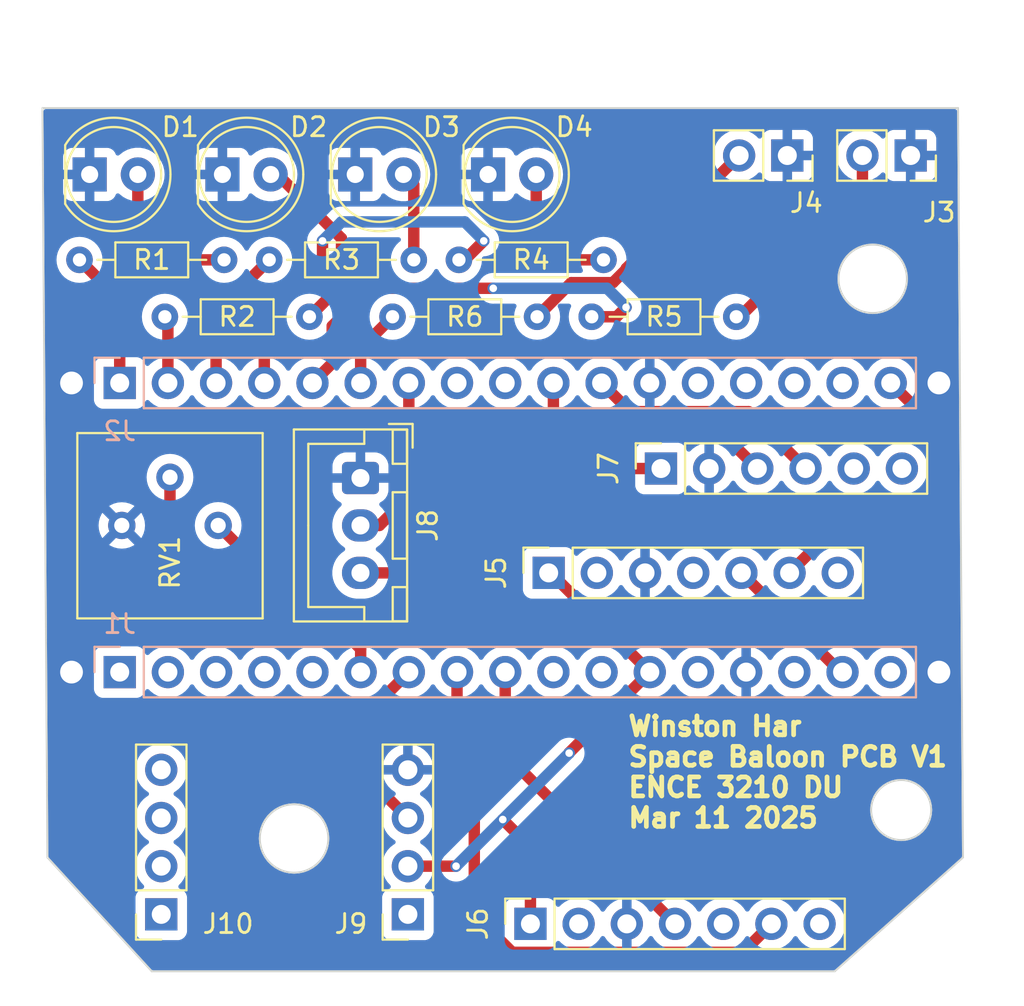
<source format=kicad_pcb>
(kicad_pcb (version 20240108) (generator "pcbnew") (generator_version "8.0")
  (title_block (date "sam. 04 avril 2015"))
  (layers (0 "F.Cu" signal) (31 "B.Cu" power) (34 "B.Paste" user) (35 "F.Paste" user) (36 "B.SilkS" user "B.Silkscreen") (37 "F.SilkS" user "F.Silkscreen") (38 "B.Mask" user) (39 "F.Mask" user) (44 "Edge.Cuts" user))
  (net 0 "")
  (net 1 "/*D13")
  (net 4 "GND")
  (net 5 "/~{RESET}")
  (net 6 "VCC")
  (net 7 "/D14{slash}MISO")
  (net 8 "/D15{slash}SCK")
  (net 9 "/D12")
  (net 10 "/*D11")
  (net 11 "/*D10")
  (net 12 "/*D9")
  (net 13 "/D8")
  (net 14 "/D7")
  (net 15 "/*D6")
  (net 16 "/*D5")
  (net 17 "/D4")
  (net 18 "/*D3{slash}SCL")
  (net 19 "+5V")
  (net 20 "/A5")
  (net 21 "/A4")
  (net 22 "Net-(D1-A)")
  (net 23 "/A2")
  (net 24 "/A1")
  (net 25 "/A0")
  (net 26 "/AREF")
  (net 27 "/D2{slash}SDA")
  (net 28 "/D0{slash}RX")
  (net 29 "/D1{slash}TX")
  (net 30 "/D17{slash}SS")
  (net 31 "/D16{slash}MOSI")
  (net 32 "+3V3")
  (net 33 "Net-(D2-A)")
  (net 34 "Net-(D3-A)")
  (net 35 "Net-(D4-A)")
  (net 36 "Net-(J3-Pin_2)")
  (net 37 "Net-(J4-Pin_2)")
  (net 51 "/A3")
  (footprint "LED_THT:LED_D5.0mm" (layer "F.Cu") (at 116.225 72.5)
    (property "Reference" "D3" (at 4.54 -2.5 0) (layer "F.SilkS"))
    (property "Value" "LED")
    (fp_line (start -1.29 -1.545) (end -1.29 1.545) (stroke (width 0.12)) (layer "F.SilkS"))
    (fp_arc (start -1.29 -1.54483) (mid 2.071756 -2.880501) (end 4.26 -0.000048) (stroke (width 0.12)) (layer "F.SilkS"))
    (fp_arc (start 4.26 0.000048) (mid 2.071756 2.880501) (end -1.29 1.54483) (stroke (width 0.12)) (layer "F.SilkS"))
    (fp_circle (center 1.27 0) (end 3.77 0) (stroke (width 0.12)) (fill none) (layer "F.SilkS"))
    (pad "1" thru_hole rect (at 0 0) (size 1.8 1.8) (drill 0.9) (layers "*.Cu" "*.Mask") (net 4 "GND"))
    (pad "2" thru_hole circle (at 2.54 0) (size 1.8 1.8) (drill 0.9) (layers "*.Cu" "*.Mask") (net 34 "Net-(D3-A)"))
  )
  (footprint "Resistor_THT:R_Axial_DIN0204_L3.6mm_D1.6mm_P7.62mm_Horizontal" (layer "F.Cu") (at 121.69 77)
    (property "Reference" "R4" (at 3.81 0 0) (layer "F.SilkS"))
    (property "Value" "1k")
    (fp_line (start 0.94 0) (end 1.89 0) (stroke (width 0.12)) (layer "F.SilkS"))
    (fp_line (start 1.89 -0.92) (end 1.89 0.92) (stroke (width 0.12)) (layer "F.SilkS"))
    (fp_line (start 1.89 0.92) (end 5.73 0.92) (stroke (width 0.12)) (layer "F.SilkS"))
    (fp_line (start 5.73 -0.92) (end 1.89 -0.92) (stroke (width 0.12)) (layer "F.SilkS"))
    (fp_line (start 5.73 0.92) (end 5.73 -0.92) (stroke (width 0.12)) (layer "F.SilkS"))
    (fp_line (start 6.68 0) (end 5.73 0) (stroke (width 0.12)) (layer "F.SilkS"))
    (pad "1" thru_hole circle (at 0 0) (size 1.4 1.4) (drill 0.7) (layers "*.Cu" "*.Mask") (net 12 "/*D9"))
    (pad "2" thru_hole oval (at 7.62 0) (size 1.4 1.4) (drill 0.7) (layers "*.Cu" "*.Mask") (net 35 "Net-(D4-A)"))
  )
  (footprint "LED_THT:LED_D5.0mm" (layer "F.Cu") (at 123.225 72.5)
    (property "Reference" "D4" (at 4.54 -2.5 0) (layer "F.SilkS"))
    (property "Value" "LED")
    (fp_line (start -1.29 -1.545) (end -1.29 1.545) (stroke (width 0.12)) (layer "F.SilkS"))
    (fp_arc (start -1.29 -1.54483) (mid 2.071756 -2.880501) (end 4.26 -0.000048) (stroke (width 0.12)) (layer "F.SilkS"))
    (fp_arc (start 4.26 0.000048) (mid 2.071756 2.880501) (end -1.29 1.54483) (stroke (width 0.12)) (layer "F.SilkS"))
    (fp_circle (center 1.27 0) (end 3.77 0) (stroke (width 0.12)) (fill none) (layer "F.SilkS"))
    (pad "1" thru_hole rect (at 0 0) (size 1.8 1.8) (drill 0.9) (layers "*.Cu" "*.Mask") (net 4 "GND"))
    (pad "2" thru_hole circle (at 2.54 0) (size 1.8 1.8) (drill 0.9) (layers "*.Cu" "*.Mask") (net 35 "Net-(D4-A)"))
  )
  (footprint "Arduino_MountingHole:MountingHole_1.2mm" (layer "F.Cu") (at 101.27 83.49)
    (property "Reference" "MH2" (hide yes))
    (property "Value" "MountingHole_1.2mm" (hide yes))
    (pad "" np_thru_hole circle (at 0 0) (size 1.2 1.2) (drill 1.2) (layers "F&B.Cu" "*.Mask"))
  )
  (footprint "Connector_PinSocket_2.54mm:PinSocket_1x02_P2.54mm_Vertical" (layer "F.Cu") (at 139 71.5 -90)
    (property "Reference" "J4" (at 2.5 -1 180) (layer "F.SilkS"))
    (property "Value" "Conn_LED_pwr")
    (fp_line (start -1.33 3.87) (end 1.33 3.87) (stroke (width 0.12)) (layer "F.SilkS"))
    (fp_line (start -1.33 1.27) (end -1.33 3.87) (stroke (width 0.12)) (layer "F.SilkS"))
    (fp_line (start -1.33 1.27) (end 1.33 1.27) (stroke (width 0.12)) (layer "F.SilkS"))
    (fp_line (start 1.33 1.27) (end 1.33 3.87) (stroke (width 0.12)) (layer "F.SilkS"))
    (fp_line (start 0 -1.33) (end 1.33 -1.33) (stroke (width 0.12)) (layer "F.SilkS"))
    (fp_line (start 1.33 -1.33) (end 1.33 0) (stroke (width 0.12)) (layer "F.SilkS"))
    (pad "1" thru_hole rect (at 0 0 270) (size 1.7 1.7) (drill 1) (layers "*.Cu" "*.Mask") (net 4 "GND"))
    (pad "2" thru_hole oval (at 0 2.54 270) (size 1.7 1.7) (drill 1) (layers "*.Cu" "*.Mask") (net 37 "Net-(J4-Pin_2)"))
  )
  (footprint "Connector_PinSocket_2.54mm:PinSocket_1x04_P2.54mm_Vertical" (layer "F.Cu") (at 119 111.5 180)
    (property "Reference" "J9" (at 3 -0.5 0) (layer "F.SilkS"))
    (property "Value" "Conn_Pressure_left")
    (fp_line (start 1.33 1.27) (end 1.33 8.95) (stroke (width 0.12)) (layer "F.SilkS"))
    (fp_line (start 1.33 -1.33) (end 1.33 0) (stroke (width 0.12)) (layer "F.SilkS"))
    (fp_line (start 0 -1.33) (end 1.33 -1.33) (stroke (width 0.12)) (layer "F.SilkS"))
    (fp_line (start -1.33 8.95) (end 1.33 8.95) (stroke (width 0.12)) (layer "F.SilkS"))
    (fp_line (start -1.33 1.27) (end 1.33 1.27) (stroke (width 0.12)) (layer "F.SilkS"))
    (fp_line (start -1.33 1.27) (end -1.33 8.95) (stroke (width 0.12)) (layer "F.SilkS"))
    (pad "1" thru_hole rect (at 0 0 180) (size 1.7 1.7) (drill 1) (layers "*.Cu" "*.Mask"))
    (pad "2" thru_hole oval (at 0 2.54 180) (size 1.7 1.7) (drill 1) (layers "*.Cu" "*.Mask") (net 19 "+5V"))
    (pad "3" thru_hole oval (at 0 5.08 180) (size 1.7 1.7) (drill 1) (layers "*.Cu" "*.Mask") (net 51 "/A3"))
    (pad "4" thru_hole oval (at 0 7.62 180) (size 1.7 1.7) (drill 1) (layers "*.Cu" "*.Mask") (net 4 "GND"))
  )
  (footprint "Connector_PinSocket_2.54mm:PinSocket_1x07_P2.54mm_Vertical" (layer "F.Cu") (at 125.46 112 90)
    (property "Reference" "J6" (at 0 -2.77 90) (layer "F.SilkS"))
    (property "Value" "Conn_Accel")
    (fp_line (start 1.33 -1.33) (end 1.33 0) (stroke (width 0.12)) (layer "F.SilkS"))
    (fp_line (start 0 -1.33) (end 1.33 -1.33) (stroke (width 0.12)) (layer "F.SilkS"))
    (fp_line (start 1.33 1.27) (end 1.33 16.57) (stroke (width 0.12)) (layer "F.SilkS"))
    (fp_line (start -1.33 1.27) (end 1.33 1.27) (stroke (width 0.12)) (layer "F.SilkS"))
    (fp_line (start -1.33 1.27) (end -1.33 16.57) (stroke (width 0.12)) (layer "F.SilkS"))
    (fp_line (start -1.33 16.57) (end 1.33 16.57) (stroke (width 0.12)) (layer "F.SilkS"))
    (pad "1" thru_hole rect (at 0 0 90) (size 1.7 1.7) (drill 1) (layers "*.Cu" "*.Mask") (net 19 "+5V"))
    (pad "2" thru_hole oval (at 0 2.54 90) (size 1.7 1.7) (drill 1) (layers "*.Cu" "*.Mask"))
    (pad "3" thru_hole oval (at 0 5.08 90) (size 1.7 1.7) (drill 1) (layers "*.Cu" "*.Mask") (net 4 "GND"))
    (pad "4" thru_hole oval (at 0 7.62 90) (size 1.7 1.7) (drill 1) (layers "*.Cu" "*.Mask") (net 20 "/A5"))
    (pad "5" thru_hole oval (at 0 10.16 90) (size 1.7 1.7) (drill 1) (layers "*.Cu" "*.Mask"))
    (pad "6" thru_hole oval (at 0 12.7 90) (size 1.7 1.7) (drill 1) (layers "*.Cu" "*.Mask") (net 21 "/A4"))
    (pad "7" thru_hole oval (at 0 15.24 90) (size 1.7 1.7) (drill 1) (layers "*.Cu" "*.Mask"))
  )
  (footprint "Resistor_THT:R_Axial_DIN0204_L3.6mm_D1.6mm_P7.62mm_Horizontal" (layer "F.Cu") (at 101.69 77)
    (property "Reference" "R1" (at 3.81 0 0) (layer "F.SilkS"))
    (property "Value" "1k")
    (fp_line (start 0.94 0) (end 1.89 0) (stroke (width 0.12)) (layer "F.SilkS"))
    (fp_line (start 1.89 -0.92) (end 1.89 0.92) (stroke (width 0.12)) (layer "F.SilkS"))
    (fp_line (start 1.89 0.92) (end 5.73 0.92) (stroke (width 0.12)) (layer "F.SilkS"))
    (fp_line (start 5.73 -0.92) (end 1.89 -0.92) (stroke (width 0.12)) (layer "F.SilkS"))
    (fp_line (start 5.73 0.92) (end 5.73 -0.92) (stroke (width 0.12)) (layer "F.SilkS"))
    (fp_line (start 6.68 0) (end 5.73 0) (stroke (width 0.12)) (layer "F.SilkS"))
    (pad "1" thru_hole circle (at 0 0) (size 1.4 1.4) (drill 0.7) (layers "*.Cu" "*.Mask") (net 9 "/D12"))
    (pad "2" thru_hole oval (at 7.62 0) (size 1.4 1.4) (drill 0.7) (layers "*.Cu" "*.Mask") (net 22 "Net-(D1-A)"))
  )
  (footprint "Potentiometer_THT:Potentiometer_Bourns_3386P_Vertical" (layer "F.Cu") (at 109 91 90)
    (property "Reference" "RV1" (at -1.96 -2.54 90) (layer "F.SilkS"))
    (property "Value" "10k")
    (fp_line (start 4.87 -7.425) (end 4.87 2.345) (stroke (width 0.12)) (layer "F.SilkS"))
    (fp_line (start -4.9 -7.425) (end 4.87 -7.425) (stroke (width 0.12)) (layer "F.SilkS"))
    (fp_line (start -4.9 -7.425) (end -4.9 2.345) (stroke (width 0.12)) (layer "F.SilkS"))
    (fp_line (start -4.9 2.345) (end 4.87 2.345) (stroke (width 0.12)) (layer "F.SilkS"))
    (pad "1" thru_hole circle (at 0 0 90) (size 1.44 1.44) (drill 0.8) (layers "*.Cu" "*.Mask") (net 19 "+5V"))
    (pad "2" thru_hole circle (at 2.54 -2.54 90) (size 1.44 1.44) (drill 0.8) (layers "*.Cu" "*.Mask") (net 23 "/A2"))
    (pad "3" thru_hole circle (at 0 -5.08 90) (size 1.44 1.44) (drill 0.8) (layers "*.Cu" "*.Mask") (net 4 "GND"))
  )
  (footprint "LED_THT:LED_D5.0mm" (layer "F.Cu") (at 102.225 72.5)
    (property "Reference" "D1" (at 4.775 -2.5 0) (layer "F.SilkS"))
    (property "Value" "LED")
    (fp_line (start -1.29 -1.545) (end -1.29 1.545) (stroke (width 0.12)) (layer "F.SilkS"))
    (fp_arc (start -1.29 -1.54483) (mid 2.071756 -2.880501) (end 4.26 -0.000048) (stroke (width 0.12)) (layer "F.SilkS"))
    (fp_arc (start 4.26 0.000048) (mid 2.071756 2.880501) (end -1.29 1.54483) (stroke (width 0.12)) (layer "F.SilkS"))
    (fp_circle (center 1.27 0) (end 3.77 0) (stroke (width 0.12)) (fill none) (layer "F.SilkS"))
    (pad "1" thru_hole rect (at 0 0) (size 1.8 1.8) (drill 0.9) (layers "*.Cu" "*.Mask") (net 4 "GND"))
    (pad "2" thru_hole circle (at 2.54 0) (size 1.8 1.8) (drill 0.9) (layers "*.Cu" "*.Mask") (net 22 "Net-(D1-A)"))
  )
  (footprint "Connector_PinSocket_2.54mm:PinSocket_1x02_P2.54mm_Vertical" (layer "F.Cu") (at 145.5 71.5 -90)
    (property "Reference" "J3" (at 3 -1.5 180) (layer "F.SilkS"))
    (property "Value" "Conn_LED_extrn_temp")
    (fp_line (start -1.33 3.87) (end 1.33 3.87) (stroke (width 0.12)) (layer "F.SilkS"))
    (fp_line (start -1.33 1.27) (end -1.33 3.87) (stroke (width 0.12)) (layer "F.SilkS"))
    (fp_line (start -1.33 1.27) (end 1.33 1.27) (stroke (width 0.12)) (layer "F.SilkS"))
    (fp_line (start 1.33 1.27) (end 1.33 3.87) (stroke (width 0.12)) (layer "F.SilkS"))
    (fp_line (start 0 -1.33) (end 1.33 -1.33) (stroke (width 0.12)) (layer "F.SilkS"))
    (fp_line (start 1.33 -1.33) (end 1.33 0) (stroke (width 0.12)) (layer "F.SilkS"))
    (pad "1" thru_hole rect (at 0 0 270) (size 1.7 1.7) (drill 1) (layers "*.Cu" "*.Mask") (net 4 "GND"))
    (pad "2" thru_hole oval (at 0 2.54 270) (size 1.7 1.7) (drill 1) (layers "*.Cu" "*.Mask") (net 36 "Net-(J3-Pin_2)"))
  )
  (footprint "Resistor_THT:R_Axial_DIN0204_L3.6mm_D1.6mm_P7.62mm_Horizontal" (layer "F.Cu") (at 118.19 80)
    (property "Reference" "R6" (at 3.81 0 0) (layer "F.SilkS"))
    (property "Value" "1k")
    (fp_line (start 0.94 0) (end 1.89 0) (stroke (width 0.12)) (layer "F.SilkS"))
    (fp_line (start 1.89 -0.92) (end 1.89 0.92) (stroke (width 0.12)) (layer "F.SilkS"))
    (fp_line (start 1.89 0.92) (end 5.73 0.92) (stroke (width 0.12)) (layer "F.SilkS"))
    (fp_line (start 5.73 -0.92) (end 1.89 -0.92) (stroke (width 0.12)) (layer "F.SilkS"))
    (fp_line (start 5.73 0.92) (end 5.73 -0.92) (stroke (width 0.12)) (layer "F.SilkS"))
    (fp_line (start 6.68 0) (end 5.73 0) (stroke (width 0.12)) (layer "F.SilkS"))
    (pad "1" thru_hole circle (at 0 0) (size 1.4 1.4) (drill 0.7) (layers "*.Cu" "*.Mask") (net 14 "/D7"))
    (pad "2" thru_hole oval (at 7.62 0) (size 1.4 1.4) (drill 0.7) (layers "*.Cu" "*.Mask") (net 37 "Net-(J4-Pin_2)"))
  )
  (footprint "Arduino_MountingHole:MountingHole_1.2mm" (layer "F.Cu") (at 146.99 98.73)
    (property "Reference" "MH4" (hide yes))
    (property "Value" "MountingHole_1.2mm" (hide yes))
    (pad "" np_thru_hole circle (at 0 0) (size 1.2 1.2) (drill 1.2) (layers "F&B.Cu" "*.Mask"))
  )
  (footprint "Connector_PinSocket_2.54mm:PinSocket_1x06_P2.54mm_Vertical" (layer "F.Cu") (at 132.34 88 90)
    (property "Reference" "J7" (at 0 -2.77 90) (layer "F.SilkS"))
    (property "Value" "Conn_temp/humidity")
    (fp_line (start 1.33 -1.33) (end 1.33 0) (stroke (width 0.12)) (layer "F.SilkS"))
    (fp_line (start 0 -1.33) (end 1.33 -1.33) (stroke (width 0.12)) (layer "F.SilkS"))
    (fp_line (start 1.33 1.27) (end 1.33 14.03) (stroke (width 0.12)) (layer "F.SilkS"))
    (fp_line (start -1.33 1.27) (end 1.33 1.27) (stroke (width 0.12)) (layer "F.SilkS"))
    (fp_line (start -1.33 1.27) (end -1.33 14.03) (stroke (width 0.12)) (layer "F.SilkS"))
    (fp_line (start -1.33 14.03) (end 1.33 14.03) (stroke (width 0.12)) (layer "F.SilkS"))
    (pad "1" thru_hole rect (at 0 0 90) (size 1.7 1.7) (drill 1) (layers "*.Cu" "*.Mask") (net 19 "+5V"))
    (pad "2" thru_hole oval (at 0 2.54 90) (size 1.7 1.7) (drill 1) (layers "*.Cu" "*.Mask") (net 4 "GND"))
    (pad "3" thru_hole oval (at 0 5.08 90) (size 1.7 1.7) (drill 1) (layers "*.Cu" "*.Mask") (net 18 "/*D3{slash}SCL"))
    (pad "4" thru_hole oval (at 0 7.62 90) (size 1.7 1.7) (drill 1) (layers "*.Cu" "*.Mask") (net 27 "/D2{slash}SDA"))
    (pad "5" thru_hole oval (at 0 10.16 90) (size 1.7 1.7) (drill 1) (layers "*.Cu" "*.Mask"))
    (pad "6" thru_hole oval (at 0 12.7 90) (size 1.7 1.7) (drill 1) (layers "*.Cu" "*.Mask"))
  )
  (footprint "Resistor_THT:R_Axial_DIN0204_L3.6mm_D1.6mm_P7.62mm_Horizontal" (layer "F.Cu") (at 111.69 77)
    (property "Reference" "R3" (at 3.81 0 0) (layer "F.SilkS"))
    (property "Value" "1k")
    (fp_line (start 0.94 0) (end 1.89 0) (stroke (width 0.12)) (layer "F.SilkS"))
    (fp_line (start 1.89 -0.92) (end 1.89 0.92) (stroke (width 0.12)) (layer "F.SilkS"))
    (fp_line (start 1.89 0.92) (end 5.73 0.92) (stroke (width 0.12)) (layer "F.SilkS"))
    (fp_line (start 5.73 -0.92) (end 1.89 -0.92) (stroke (width 0.12)) (layer "F.SilkS"))
    (fp_line (start 5.73 0.92) (end 5.73 -0.92) (stroke (width 0.12)) (layer "F.SilkS"))
    (fp_line (start 6.68 0) (end 5.73 0) (stroke (width 0.12)) (layer "F.SilkS"))
    (pad "1" thru_hole circle (at 0 0) (size 1.4 1.4) (drill 0.7) (layers "*.Cu" "*.Mask") (net 11 "/*D10"))
    (pad "2" thru_hole oval (at 7.62 0) (size 1.4 1.4) (drill 0.7) (layers "*.Cu" "*.Mask") (net 34 "Net-(D3-A)"))
  )
  (footprint "Arduino_MountingHole:MountingHole_1.2mm" (layer "F.Cu") (at 101.27 98.73)
    (property "Reference" "MH1" (hide yes))
    (property "Value" "MountingHole_1.2mm" (hide yes))
    (pad "" np_thru_hole circle (at 0 0) (size 1.2 1.2) (drill 1.2) (layers "F&B.Cu" "*.Mask"))
  )
  (footprint "Resistor_THT:R_Axial_DIN0204_L3.6mm_D1.6mm_P7.62mm_Horizontal" (layer "F.Cu") (at 128.69 80)
    (property "Reference" "R5" (at 3.81 0 0) (layer "F.SilkS"))
    (property "Value" "1k")
    (fp_line (start 0.94 0) (end 1.89 0) (stroke (width 0.12)) (layer "F.SilkS"))
    (fp_line (start 1.89 -0.92) (end 1.89 0.92) (stroke (width 0.12)) (layer "F.SilkS"))
    (fp_line (start 1.89 0.92) (end 5.73 0.92) (stroke (width 0.12)) (layer "F.SilkS"))
    (fp_line (start 5.73 -0.92) (end 1.89 -0.92) (stroke (width 0.12)) (layer "F.SilkS"))
    (fp_line (start 5.73 0.92) (end 5.73 -0.92) (stroke (width 0.12)) (layer "F.SilkS"))
    (fp_line (start 6.68 0) (end 5.73 0) (stroke (width 0.12)) (layer "F.SilkS"))
    (pad "1" thru_hole circle (at 0 0) (size 1.4 1.4) (drill 0.7) (layers "*.Cu" "*.Mask") (net 13 "/D8"))
    (pad "2" thru_hole oval (at 7.62 0) (size 1.4 1.4) (drill 0.7) (layers "*.Cu" "*.Mask") (net 36 "Net-(J3-Pin_2)"))
  )
  (footprint "LED_THT:LED_D5.0mm" (layer "F.Cu") (at 109.225 72.5)
    (property "Reference" "D2" (at 4.54 -2.5 0) (layer "F.SilkS"))
    (property "Value" "LED")
    (fp_line (start -1.29 -1.545) (end -1.29 1.545) (stroke (width 0.12)) (layer "F.SilkS"))
    (fp_arc (start -1.29 -1.54483) (mid 2.071756 -2.880501) (end 4.26 -0.000048) (stroke (width 0.12)) (layer "F.SilkS"))
    (fp_arc (start 4.26 0.000048) (mid 2.071756 2.880501) (end -1.29 1.54483) (stroke (width 0.12)) (layer "F.SilkS"))
    (fp_circle (center 1.27 0) (end 3.77 0) (stroke (width 0.12)) (fill none) (layer "F.SilkS"))
    (pad "1" thru_hole rect (at 0 0) (size 1.8 1.8) (drill 0.9) (layers "*.Cu" "*.Mask") (net 4 "GND"))
    (pad "2" thru_hole circle (at 2.54 0) (size 1.8 1.8) (drill 0.9) (layers "*.Cu" "*.Mask") (net 33 "Net-(D2-A)"))
  )
  (footprint "Arduino_MountingHole:MountingHole_1.2mm" (layer "F.Cu") (at 146.99 83.49)
    (property "Reference" "MH3" (hide yes))
    (property "Value" "MountingHole_1.2mm" (hide yes))
    (pad "" np_thru_hole circle (at 0 0) (size 1.2 1.2) (drill 1.2) (layers "F&B.Cu" "*.Mask"))
  )
  (footprint "Connector_PinSocket_2.54mm:PinSocket_1x07_P2.54mm_Vertical" (layer "F.Cu") (at 126.42 93.5 90)
    (property "Reference" "J5" (at 0 -2.77 90) (layer "F.SilkS"))
    (property "Value" "Conn_SPI_Flashcard")
    (fp_line (start 1.33 -1.33) (end 1.33 0) (stroke (width 0.12)) (layer "F.SilkS"))
    (fp_line (start 0 -1.33) (end 1.33 -1.33) (stroke (width 0.12)) (layer "F.SilkS"))
    (fp_line (start 1.33 1.27) (end 1.33 16.57) (stroke (width 0.12)) (layer "F.SilkS"))
    (fp_line (start -1.33 1.27) (end 1.33 1.27) (stroke (width 0.12)) (layer "F.SilkS"))
    (fp_line (start -1.33 1.27) (end -1.33 16.57) (stroke (width 0.12)) (layer "F.SilkS"))
    (fp_line (start -1.33 16.57) (end 1.33 16.57) (stroke (width 0.12)) (layer "F.SilkS"))
    (pad "1" thru_hole rect (at 0 0 90) (size 1.7 1.7) (drill 1) (layers "*.Cu" "*.Mask") (net 19 "+5V"))
    (pad "2" thru_hole oval (at 0 2.54 90) (size 1.7 1.7) (drill 1) (layers "*.Cu" "*.Mask"))
    (pad "3" thru_hole oval (at 0 5.08 90) (size 1.7 1.7) (drill 1) (layers "*.Cu" "*.Mask") (net 4 "GND"))
    (pad "4" thru_hole oval (at 0 7.62 90) (size 1.7 1.7) (drill 1) (layers "*.Cu" "*.Mask"))
    (pad "5" thru_hole oval (at 0 10.16 90) (size 1.7 1.7) (drill 1) (layers "*.Cu" "*.Mask") (net 7 "/D14{slash}MISO"))
    (pad "6" thru_hole oval (at 0 12.7 90) (size 1.7 1.7) (drill 1) (layers "*.Cu" "*.Mask") (net 31 "/D16{slash}MOSI"))
    (pad "7" thru_hole oval (at 0 15.24 90) (size 1.7 1.7) (drill 1) (layers "*.Cu" "*.Mask"))
  )
  (footprint "Connector_PinSocket_2.54mm:PinSocket_1x04_P2.54mm_Vertical" (layer "F.Cu") (at 106 111.5 180)
    (property "Reference" "J10" (at -3.525 -0.5 0) (layer "F.SilkS"))
    (property "Value" "Conn_Pressure_right")
    (fp_line (start 1.33 1.27) (end 1.33 8.95) (stroke (width 0.12)) (layer "F.SilkS"))
    (fp_line (start 1.33 -1.33) (end 1.33 0) (stroke (width 0.12)) (layer "F.SilkS"))
    (fp_line (start 0 -1.33) (end 1.33 -1.33) (stroke (width 0.12)) (layer "F.SilkS"))
    (fp_line (start -1.33 8.95) (end 1.33 8.95) (stroke (width 0.12)) (layer "F.SilkS"))
    (fp_line (start -1.33 1.27) (end 1.33 1.27) (stroke (width 0.12)) (layer "F.SilkS"))
    (fp_line (start -1.33 1.27) (end -1.33 8.95) (stroke (width 0.12)) (layer "F.SilkS"))
    (pad "1" thru_hole rect (at 0 0 180) (size 1.7 1.7) (drill 1) (layers "*.Cu" "*.Mask"))
    (pad "2" thru_hole oval (at 0 2.54 180) (size 1.7 1.7) (drill 1) (layers "*.Cu" "*.Mask"))
    (pad "3" thru_hole oval (at 0 5.08 180) (size 1.7 1.7) (drill 1) (layers "*.Cu" "*.Mask"))
    (pad "4" thru_hole oval (at 0 7.62 180) (size 1.7 1.7) (drill 1) (layers "*.Cu" "*.Mask"))
  )
  (footprint "Connector_JST:JST_XH_B3B-XH-A_1x03_P2.50mm_Vertical" (layer "F.Cu") (at 116.5 88.5 -90)
    (property "Reference" "J8" (at 2.5 -3.55 90) (layer "F.SilkS"))
    (property "Value" "Conn_Temp_Ext")
    (fp_line (start -2.56 3.51) (end 7.56 3.51) (stroke (width 0.12)) (layer "F.SilkS"))
    (fp_line (start 7.56 3.51) (end 7.56 -2.46) (stroke (width 0.12)) (layer "F.SilkS"))
    (fp_line (start -1.8 2.75) (end 2.5 2.75) (stroke (width 0.12)) (layer "F.SilkS"))
    (fp_line (start 6.8 2.75) (end 2.5 2.75) (stroke (width 0.12)) (layer "F.SilkS"))
    (fp_line (start -2.55 -0.2) (end -1.8 -0.2) (stroke (width 0.12)) (layer "F.SilkS"))
    (fp_line (start -1.8 -0.2) (end -1.8 2.75) (stroke (width 0.12)) (layer "F.SilkS"))
    (fp_line (start 6.8 -0.2) (end 6.8 2.75) (stroke (width 0.12)) (layer "F.SilkS"))
    (fp_line (start 7.55 -0.2) (end 6.8 -0.2) (stroke (width 0.12)) (layer "F.SilkS"))
    (fp_line (start -2.55 -1.7) (end -0.75 -1.7) (stroke (width 0.12)) (layer "F.SilkS"))
    (fp_line (start -0.75 -1.7) (end -0.75 -2.45) (stroke (width 0.12)) (layer "F.SilkS"))
    (fp_line (start 0.75 -1.7) (end 4.25 -1.7) (stroke (width 0.12)) (layer "F.SilkS"))
    (fp_line (start 4.25 -1.7) (end 4.25 -2.45) (stroke (width 0.12)) (layer "F.SilkS"))
    (fp_line (start 5.75 -1.7) (end 7.55 -1.7) (stroke (width 0.12)) (layer "F.SilkS"))
    (fp_line (start 7.55 -1.7) (end 7.55 -2.45) (stroke (width 0.12)) (layer "F.SilkS"))
    (fp_line (start -2.55 -2.45) (end -2.55 -1.7) (stroke (width 0.12)) (layer "F.SilkS"))
    (fp_line (start -0.75 -2.45) (end -2.55 -2.45) (stroke (width 0.12)) (layer "F.SilkS"))
    (fp_line (start 0.75 -2.45) (end 0.75 -1.7) (stroke (width 0.12)) (layer "F.SilkS"))
    (fp_line (start 4.25 -2.45) (end 0.75 -2.45) (stroke (width 0.12)) (layer "F.SilkS"))
    (fp_line (start 5.75 -2.45) (end 5.75 -1.7) (stroke (width 0.12)) (layer "F.SilkS"))
    (fp_line (start 7.55 -2.45) (end 5.75 -2.45) (stroke (width 0.12)) (layer "F.SilkS"))
    (fp_line (start -2.56 -2.46) (end -2.56 3.51) (stroke (width 0.12)) (layer "F.SilkS"))
    (fp_line (start 7.56 -2.46) (end -2.56 -2.46) (stroke (width 0.12)) (layer "F.SilkS"))
    (fp_line (start -2.85 -2.75) (end -2.85 -1.5) (stroke (width 0.12)) (layer "F.SilkS"))
    (fp_line (start -1.6 -2.75) (end -2.85 -2.75) (stroke (width 0.12)) (layer "F.SilkS"))
    (pad "1" thru_hole roundrect (at 0 0 270) (size 1.7 1.95) (drill 0.95) (layers "*.Cu" "*.Mask") (roundrect_rratio 0.147059) (net 4 "GND"))
    (pad "2" thru_hole oval (at 2.5 0 270) (size 1.7 1.95) (drill 0.95) (layers "*.Cu" "*.Mask") (net 15 "/*D6"))
    (pad "3" thru_hole oval (at 5 0 270) (size 1.7 1.95) (drill 0.95) (layers "*.Cu" "*.Mask") (net 19 "+5V"))
  )
  (footprint "Resistor_THT:R_Axial_DIN0204_L3.6mm_D1.6mm_P7.62mm_Horizontal" (layer "F.Cu") (at 106.19 80)
    (property "Reference" "R2" (at 3.81 0 0) (layer "F.SilkS"))
    (property "Value" "1k")
    (fp_line (start 0.94 0) (end 1.89 0) (stroke (width 0.12)) (layer "F.SilkS"))
    (fp_line (start 1.89 -0.92) (end 1.89 0.92) (stroke (width 0.12)) (layer "F.SilkS"))
    (fp_line (start 1.89 0.92) (end 5.73 0.92) (stroke (width 0.12)) (layer "F.SilkS"))
    (fp_line (start 5.73 -0.92) (end 1.89 -0.92) (stroke (width 0.12)) (layer "F.SilkS"))
    (fp_line (start 5.73 0.92) (end 5.73 -0.92) (stroke (width 0.12)) (layer "F.SilkS"))
    (fp_line (start 6.68 0) (end 5.73 0) (stroke (width 0.12)) (layer "F.SilkS"))
    (pad "1" thru_hole circle (at 0 0) (size 1.4 1.4) (drill 0.7) (layers "*.Cu" "*.Mask") (net 10 "/*D11"))
    (pad "2" thru_hole oval (at 7.62 0) (size 1.4 1.4) (drill 0.7) (layers "*.Cu" "*.Mask") (net 33 "Net-(D2-A)"))
  )
  (footprint "Connector_PinHeader_2.54mm:PinHeader_1x17_P2.54mm_Vertical" (layer "B.Cu") (at 103.81 98.73 -90)
    (property "Reference" "J1" (at -2.54 0 180) (layer "B.SilkS") (effects (justify mirror)))
    (property "Value" "Analog")
    (fp_line (start -1.33 1.33) (end 0 1.33) (stroke (width 0.12)) (layer "B.SilkS"))
    (fp_line (start -1.33 0) (end -1.33 1.33) (stroke (width 0.12)) (layer "B.SilkS"))
    (fp_line (start -1.33 -1.27) (end 1.33 -1.27) (stroke (width 0.12)) (layer "B.SilkS"))
    (fp_line (start -1.33 -1.27) (end -1.33 -41.97) (stroke (width 0.12)) (layer "B.SilkS"))
    (fp_line (start 1.33 -1.27) (end 1.33 -41.97) (stroke (width 0.12)) (layer "B.SilkS"))
    (fp_line (start -1.33 -41.97) (end 1.33 -41.97) (stroke (width 0.12)) (layer "B.SilkS"))
    (pad "1" thru_hole rect (at 0 0 270) (size 1.7 1.7) (drill 1) (layers "*.Cu" "*.Mask") (net 1 "/*D13"))
    (pad "2" thru_hole oval (at 0 -2.54 270) (size 1.7 1.7) (drill 1) (layers "*.Cu" "*.Mask") (net 32 "+3V3"))
    (pad "3" thru_hole oval (at 0 -5.08 270) (size 1.7 1.7) (drill 1) (layers "*.Cu" "*.Mask") (net 26 "/AREF"))
    (pad "4" thru_hole oval (at 0 -7.62 270) (size 1.7 1.7) (drill 1) (layers "*.Cu" "*.Mask") (net 25 "/A0"))
    (pad "5" thru_hole oval (at 0 -10.16 270) (size 1.7 1.7) (drill 1) (layers "*.Cu" "*.Mask") (net 24 "/A1"))
    (pad "6" thru_hole oval (at 0 -12.7 270) (size 1.7 1.7) (drill 1) (layers "*.Cu" "*.Mask") (net 23 "/A2"))
    (pad "7" thru_hole oval (at 0 -15.24 270) (size 1.7 1.7) (drill 1) (layers "*.Cu" "*.Mask") (net 51 "/A3"))
    (pad "8" thru_hole oval (at 0 -17.78 270) (size 1.7 1.7) (drill 1) (layers "*.Cu" "*.Mask") (net 21 "/A4"))
    (pad "9" thru_hole oval (at 0 -20.32 270) (size 1.7 1.7) (drill 1) (layers "*.Cu" "*.Mask") (net 20 "/A5"))
    (pad "10" thru_hole oval (at 0 -22.86 270) (size 1.7 1.7) (drill 1) (layers "*.Cu" "*.Mask"))
    (pad "11" thru_hole oval (at 0 -25.4 270) (size 1.7 1.7) (drill 1) (layers "*.Cu" "*.Mask"))
    (pad "12" thru_hole oval (at 0 -27.94 270) (size 1.7 1.7) (drill 1) (layers "*.Cu" "*.Mask") (net 19 "+5V"))
    (pad "13" thru_hole oval (at 0 -30.48 270) (size 1.7 1.7) (drill 1) (layers "*.Cu" "*.Mask") (net 5 "/~{RESET}"))
    (pad "14" thru_hole oval (at 0 -33.02 270) (size 1.7 1.7) (drill 1) (layers "*.Cu" "*.Mask") (net 4 "GND"))
    (pad "15" thru_hole oval (at 0 -35.56 270) (size 1.7 1.7) (drill 1) (layers "*.Cu" "*.Mask") (net 6 "VCC"))
    (pad "16" thru_hole oval (at 0 -38.1 270) (size 1.7 1.7) (drill 1) (layers "*.Cu" "*.Mask") (net 7 "/D14{slash}MISO"))
    (pad "17" thru_hole oval (at 0 -40.64 270) (size 1.7 1.7) (drill 1) (layers "*.Cu" "*.Mask") (net 8 "/D15{slash}SCK"))
  )
  (footprint "Connector_PinHeader_2.54mm:PinHeader_1x17_P2.54mm_Vertical" (layer "B.Cu") (at 103.81 83.49 -90)
    (property "Reference" "J2" (at 2.54 0 180) (layer "B.SilkS") (effects (justify mirror)))
    (property "Value" "Digital")
    (fp_line (start -1.33 1.33) (end 0 1.33) (stroke (width 0.12)) (layer "B.SilkS"))
    (fp_line (start -1.33 0) (end -1.33 1.33) (stroke (width 0.12)) (layer "B.SilkS"))
    (fp_line (start -1.33 -1.27) (end 1.33 -1.27) (stroke (width 0.12)) (layer "B.SilkS"))
    (fp_line (start -1.33 -1.27) (end -1.33 -41.97) (stroke (width 0.12)) (layer "B.SilkS"))
    (fp_line (start 1.33 -1.27) (end 1.33 -41.97) (stroke (width 0.12)) (layer "B.SilkS"))
    (fp_line (start -1.33 -41.97) (end 1.33 -41.97) (stroke (width 0.12)) (layer "B.SilkS"))
    (pad "1" thru_hole rect (at 0 0 270) (size 1.7 1.7) (drill 1) (layers "*.Cu" "*.Mask") (net 9 "/D12"))
    (pad "2" thru_hole oval (at 0 -2.54 270) (size 1.7 1.7) (drill 1) (layers "*.Cu" "*.Mask") (net 10 "/*D11"))
    (pad "3" thru_hole oval (at 0 -5.08 270) (size 1.7 1.7) (drill 1) (layers "*.Cu" "*.Mask") (net 11 "/*D10"))
    (pad "4" thru_hole oval (at 0 -7.62 270) (size 1.7 1.7) (drill 1) (layers "*.Cu" "*.Mask") (net 12 "/*D9"))
    (pad "5" thru_hole oval (at 0 -10.16 270) (size 1.7 1.7) (drill 1) (layers "*.Cu" "*.Mask") (net 13 "/D8"))
    (pad "6" thru_hole oval (at 0 -12.7 270) (size 1.7 1.7) (drill 1) (layers "*.Cu" "*.Mask") (net 14 "/D7"))
    (pad "7" thru_hole oval (at 0 -15.24 270) (size 1.7 1.7) (drill 1) (layers "*.Cu" "*.Mask") (net 15 "/*D6"))
    (pad "8" thru_hole oval (at 0 -17.78 270) (size 1.7 1.7) (drill 1) (layers "*.Cu" "*.Mask") (net 16 "/*D5"))
    (pad "9" thru_hole oval (at 0 -20.32 270) (size 1.7 1.7) (drill 1) (layers "*.Cu" "*.Mask") (net 17 "/D4"))
    (pad "10" thru_hole oval (at 0 -22.86 270) (size 1.7 1.7) (drill 1) (layers "*.Cu" "*.Mask") (net 18 "/*D3{slash}SCL"))
    (pad "11" thru_hole oval (at 0 -25.4 270) (size 1.7 1.7) (drill 1) (layers "*.Cu" "*.Mask") (net 27 "/D2{slash}SDA"))
    (pad "12" thru_hole oval (at 0 -27.94 270) (size 1.7 1.7) (drill 1) (layers "*.Cu" "*.Mask") (net 4 "GND"))
    (pad "13" thru_hole oval (at 0 -30.48 270) (size 1.7 1.7) (drill 1) (layers "*.Cu" "*.Mask") (net 5 "/~{RESET}"))
    (pad "14" thru_hole oval (at 0 -33.02 270) (size 1.7 1.7) (drill 1) (layers "*.Cu" "*.Mask") (net 28 "/D0{slash}RX"))
    (pad "15" thru_hole oval (at 0 -35.56 270) (size 1.7 1.7) (drill 1) (layers "*.Cu" "*.Mask") (net 29 "/D1{slash}TX"))
    (pad "16" thru_hole oval (at 0 -38.1 270) (size 1.7 1.7) (drill 1) (layers "*.Cu" "*.Mask") (net 30 "/D17{slash}SS"))
    (pad "17" thru_hole oval (at 0 -40.64 270) (size 1.7 1.7) (drill 1) (layers "*.Cu" "*.Mask") (net 31 "/D16{slash}MOSI"))
  )
  (gr_circle (center 113 107.5) (end 114.5 106.5) (stroke (width 0.1)) (fill none) (layer "Edge.Cuts"))
  (gr_line (start 148 69) (end 99.74 69) (stroke (width 0.1)) (layer "Edge.Cuts"))
  (gr_line (start 99.74 69) (end 100 108.5) (stroke (width 0.1)) (layer "Edge.Cuts"))
  (gr_line (start 148.26 108.5) (end 148 69) (stroke (width 0.1)) (layer "Edge.Cuts"))
  (gr_line (start 141.5 114.5) (end 148.26 108.5) (stroke (width 0.1)) (layer "Edge.Cuts"))
  (gr_line (start 100 108.5) (end 105.5 114.5) (stroke (width 0.1)) (layer "Edge.Cuts"))
  (gr_circle (center 143.5 78) (end 145 77) (stroke (width 0.1)) (fill none) (layer "Edge.Cuts"))
  (gr_circle (center 145 106) (end 146.5 105.5) (stroke (width 0.1)) (fill none) (layer "Edge.Cuts"))
  (gr_line (start 105.5 114.5) (end 141.5 114.5) (stroke (width 0.1)) (layer "Edge.Cuts"))
  (gr_text "Winston Har\nSpace Baloon PCB V1\nENCE 3210 DU\nMar 11 2025" (at 130.5 107 0) (layer "F.SilkS") (effects (font (size 1 1) (thickness 0.25) (bold yes)) (justify left bottom)))
  (segment (start 136.58 93.5) (end 141.81 98.73) (width 0.6) (layer "F.Cu") (net 7))
  (segment (start 141.81 98.73) (end 141.91 98.73) (width 0.6) (layer "F.Cu") (net 7))
  (segment (start 103.81 83.49) (end 103.81 79.12) (width 0.6) (layer "F.Cu") (net 9))
  (segment (start 103.81 79.12) (end 101.69 77) (width 0.6) (layer "F.Cu") (net 9))
  (segment (start 106.35 80.16) (end 106.19 80) (width 0.6) (layer "F.Cu") (net 10))
  (segment (start 106.35 83.49) (end 106.35 80.16) (width 0.6) (layer "F.Cu") (net 10))
  (segment (start 108.89 79.8) (end 111.69 77) (width 0.6) (layer "F.Cu") (net 11))
  (segment (start 108.89 83.49) (end 108.89 79.8) (width 0.6) (layer "F.Cu") (net 11))
  (segment (start 113.5 78) (end 114.5 77) (width 0.6) (layer "F.Cu") (net 12))
  (segment (start 111.43 80.07) (end 113.5 78) (width 0.6) (layer "F.Cu") (net 12))
  (segment (start 114.5 77) (end 114.5 76) (width 0.6) (layer "F.Cu") (net 12))
  (segment (start 122 77) (end 121.69 77) (width 0.6) (layer "F.Cu") (net 12))
  (segment (start 111.43 83.49) (end 111.43 80.07) (width 0.6) (layer "F.Cu") (net 12))
  (segment (start 123 76) (end 122 77) (width 0.6) (layer "F.Cu") (net 12))
  (via (at 114.5 76) (size 0.6) (drill 0.4) (layers "F.Cu" "B.Cu") (net 12))
  (via (at 123 76) (size 0.6) (drill 0.4) (layers "F.Cu" "B.Cu") (net 12))
  (segment (start 122 75) (end 115.5 75) (width 0.6) (layer "B.Cu") (net 12))
  (segment (start 115.5 75) (end 114.5 76) (width 0.6) (layer "B.Cu") (net 12))
  (segment (start 123 76) (end 122 75) (width 0.6) (layer "B.Cu") (net 12))
  (segment (start 117 78.5) (end 123.5 78.5) (width 0.6) (layer "F.Cu") (net 13))
  (segment (start 113.97 83.49) (end 115.01 82.45) (width 0.6) (layer "F.Cu") (net 13))
  (segment (start 128.69 80) (end 130 80) (width 0.6) (layer "F.Cu") (net 13))
  (segment (start 115.01 80.49) (end 117 78.5) (width 0.6) (layer "F.Cu") (net 13))
  (segment (start 115.01 82.45) (end 115.01 80.49) (width 0.6) (layer "F.Cu") (net 13))
  (segment (start 130 80) (end 130.5 79.5) (width 0.6) (layer "F.Cu") (net 13))
  (via (at 123.5 78.5) (size 0.6) (drill 0.4) (layers "F.Cu" "B.Cu") (net 13))
  (via (at 130.5 79.5) (size 0.6) (drill 0.4) (layers "F.Cu" "B.Cu") (net 13))
  (segment (start 123.5 78.5) (end 129.5 78.5) (width 0.6) (layer "B.Cu") (net 13))
  (segment (start 129.5 78.5) (end 130.5 79.5) (width 0.6) (layer "B.Cu") (net 13))
  (segment (start 116.51 81.68) (end 118.19 80) (width 0.6) (layer "F.Cu") (net 14))
  (segment (start 116.51 83.49) (end 116.51 81.68) (width 0.6) (layer "F.Cu") (net 14))
  (segment (start 117.5 91) (end 116.5 91) (width 0.6) (layer "F.Cu") (net 15))
  (segment (start 119.05 83.49) (end 119.05 89.45) (width 0.6) (layer "F.Cu") (net 15))
  (segment (start 119.05 89.45) (end 117.5 91) (width 0.6) (layer "F.Cu") (net 15))
  (segment (start 126.67 85.03) (end 127.64 86) (width 0.6) (layer "F.Cu") (net 18))
  (segment (start 127.64 86) (end 135.42 86) (width 0.6) (layer "F.Cu") (net 18))
  (segment (start 126.67 83.49) (end 126.67 85.03) (width 0.6) (layer "F.Cu") (net 18))
  (segment (start 135.42 86) (end 137.42 88) (width 0.6) (layer "F.Cu") (net 18))
  (segment (start 119 93.5) (end 122 93.5) (width 0.6) (layer "F.Cu") (net 19))
  (segment (start 125.46 107.96) (end 125.46 112) (width 0.6) (layer "F.Cu") (net 19))
  (segment (start 127.5 88) (end 132.34 88) (width 0.6) (layer "F.Cu") (net 19))
  (segment (start 117 95.5) (end 119 93.5) (width 0.6) (layer "F.Cu") (net 19))
  (segment (start 119 108.96) (end 121.54 108.96) (width 0.6) (layer "F.Cu") (net 19))
  (segment (start 123.74 95.24) (end 128.26 95.24) (width 0.6) (layer "F.Cu") (net 19))
  (segment (start 119 93.5) (end 116.5 93.5) (width 0.6) (layer "F.Cu") (net 19))
  (segment (start 131.75 98.73) (end 127.5 102.98) (width 0.6) (layer "F.Cu") (net 19))
  (segment (start 126.42 93.5) (end 126.52 93.5) (width 0.6) (layer "F.Cu") (net 19))
  (segment (start 122 93.5) (end 123.74 95.24) (width 0.6) (layer "F.Cu") (net 19))
  (segment (start 125.46 107.96) (end 124 106.5) (width 0.6) (layer "F.Cu") (net 19))
  (segment (start 131.75 98.73) (end 128.26 95.24) (width 0.6) (layer "F.Cu") (net 19))
  (segment (start 122 93.5) (end 127.5 88) (width 0.6) (layer "F.Cu") (net 19))
  (segment (start 126.52 93.5) (end 128.26 95.24) (width 0.6) (layer "F.Cu") (net 19))
  (segment (start 109 91) (end 113.5 95.5) (width 0.6) (layer "F.Cu") (net 19))
  (segment (start 113.5 95.5) (end 117 95.5) (width 0.6) (layer "F.Cu") (net 19))
  (segment (start 127.5 102.98) (end 127.5 103) (width 0.6) (layer "F.Cu") (net 19))
  (via (at 127.5 103) (size 0.6) (drill 0.4) (layers "F.Cu" "B.Cu") (net 19))
  (via (at 124 106.5) (size 0.6) (drill 0.4) (layers "F.Cu" "B.Cu") (net 19))
  (via (at 121.54 108.96) (size 0.6) (drill 0.4) (layers "F.Cu" "B.Cu") (net 19))
  (segment (start 127.5 103) (end 121.54 108.96) (width 0.6) (layer "B.Cu") (net 19))
  (segment (start 124.13 103.05) (end 133.08 112) (width 0.6) (layer "F.Cu") (net 20))
  (segment (start 124.13 98.73) (end 124.13 103.05) (width 0.6) (layer "F.Cu") (net 20))
  (segment (start 121.59 98.73) (end 121.59 104.09) (width 0.6) (layer "F.Cu") (net 21))
  (segment (start 122.5 105) (end 122.5 111.5) (width 0.6) (layer "F.Cu") (net 21))
  (segment (start 136.66 113.5) (end 138.16 112) (width 0.6) (layer "F.Cu") (net 21))
  (segment (start 121.59 104.09) (end 122.5 105) (width 0.6) (layer "F.Cu") (net 21))
  (segment (start 122.5 111.5) (end 124.5 113.5) (width 0.6) (layer "F.Cu") (net 21))
  (segment (start 124.5 113.5) (end 136.66 113.5) (width 0.6) (layer "F.Cu") (net 21))
  (segment (start 104.765 75.265) (end 104.765 72.5) (width 0.6) (layer "F.Cu") (net 22))
  (segment (start 106.5 77) (end 104.765 75.265) (width 0.6) (layer "F.Cu") (net 22))
  (segment (start 109.31 77) (end 106.5 77) (width 0.6) (layer "F.Cu") (net 22))
  (segment (start 116.51 97.51) (end 116 97) (width 0.6) (layer "F.Cu") (net 23))
  (segment (start 112.5 97) (end 106.46 90.96) (width 0.6) (layer "F.Cu") (net 23))
  (segment (start 106.46 90.96) (end 106.46 88.46) (width 0.6) (layer "F.Cu") (net 23))
  (segment (start 116 97) (end 112.5 97) (width 0.6) (layer "F.Cu") (net 23))
  (segment (start 116.51 98.73) (end 116.51 97.51) (width 0.6) (layer "F.Cu") (net 23))
  (segment (start 129.21 83.49) (end 130.72 85) (width 0.6) (layer "F.Cu") (net 27))
  (segment (start 136.96 85) (end 139.96 88) (width 0.6) (layer "F.Cu") (net 27))
  (segment (start 130.72 85) (end 136.96 85) (width 0.6) (layer "F.Cu") (net 27))
  (segment (start 142.62 90) (end 139.12 93.5) (width 0.6) (layer "F.Cu") (net 31))
  (segment (start 147.46 86.5) (end 147.5 86.5) (width 0.6) (layer "F.Cu") (net 31))
  (segment (start 147.5 89) (end 146.5 90) (width 0.6) (layer "F.Cu") (net 31))
  (segment (start 144.45 83.49) (end 147.46 86.5) (width 0.6) (layer "F.Cu") (net 31))
  (segment (start 147.5 86.5) (end 147.5 89) (width 0.6) (layer "F.Cu") (net 31))
  (segment (start 146.5 90) (end 142.62 90) (width 0.6) (layer "F.Cu") (net 31))
  (segment (start 113.81 80) (end 115.5 78.31) (width 0.6) (layer "F.Cu") (net 33))
  (segment (start 115.5 78.31) (end 115.5 75.868629) (width 0.6) (layer "F.Cu") (net 33))
  (segment (start 115.5 75.868629) (end 112.131371 72.5) (width 0.6) (layer "F.Cu") (net 33))
  (segment (start 112.131371 72.5) (end 111.765 72.5) (width 0.6) (layer "F.Cu") (net 33))
  (segment (start 119.31 73.045) (end 118.765 72.5) (width 0.6) (layer "F.Cu") (net 34))
  (segment (start 119.31 77) (end 119.31 73.045) (width 0.6) (layer "F.Cu") (net 34))
  (segment (start 129.31 77) (end 128 77) (width 0.6) (layer "F.Cu") (net 35))
  (segment (start 128 77) (end 125.765 74.765) (width 0.6) (layer "F.Cu") (net 35))
  (segment (start 125.765 74.765) (end 125.765 72.5) (width 0.6) (layer "F.Cu") (net 35))
  (segment (start 136.5 80) (end 142.96 73.54) (width 0.6) (layer "F.Cu") (net 36))
  (segment (start 136.31 80) (end 136.5 80) (width 0.6) (layer "F.Cu") (net 36))
  (segment (start 142.96 73.54) (end 142.96 71.5) (width 0.6) (layer "F.Cu") (net 36))
  (segment (start 130.51 77.45) (end 136.46 71.5) (width 0.6) (layer "F.Cu") (net 37))
  (segment (start 127.61 78.2) (end 129.807057 78.2) (width 0.6) (layer "F.Cu") (net 37))
  (segment (start 129.807057 78.2) (end 130.51 77.497057) (width 0.6) (layer "F.Cu") (net 37))
  (segment (start 125.81 80) (end 127.61 78.2) (width 0.6) (layer "F.Cu") (net 37))
  (segment (start 130.51 77.497057) (end 130.51 77.45) (width 0.6) (layer "F.Cu") (net 37))
  (segment (start 136.46 71.5) (end 136.54 71.5) (width 0.6) (layer "F.Cu") (net 37))
  (segment (start 117 104.5) (end 116.5 104) (width 0.6) (layer "F.Cu") (net 51))
  (segment (start 117.08 104.5) (end 119 106.42) (width 0.6) (layer "F.Cu") (net 51))
  (segment (start 117.08 104.5) (end 117 104.5) (width 0.6) (layer "F.Cu") (net 51))
  (segment (start 119.05 98.73) (end 116.5 101.28) (width 0.6) (layer "F.Cu") (net 51))
  (segment (start 116.5 104) (end 116.5 101.28) (width 0.6) (layer "F.Cu") (net 51))
  (zone (net 4) (net_name "GND") (layer "B.Cu") (connect_pads (clearance 0.508)) (min_thickness 0.25) (fill yes (thermal_gap 0.5) (thermal_bridge_width 0.5))
    (polygon (pts (xy 98 67) (xy 151 67) (xy 151.5 115) (xy 97.5 115)))
  )
)
</source>
